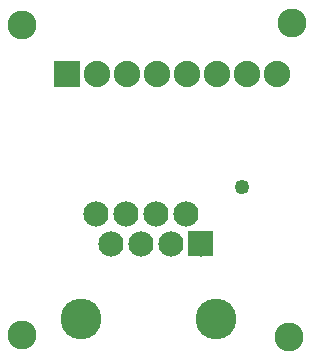
<source format=gbs>
G04 MADE WITH FRITZING*
G04 WWW.FRITZING.ORG*
G04 DOUBLE SIDED*
G04 HOLES PLATED*
G04 CONTOUR ON CENTER OF CONTOUR VECTOR*
%ASAXBY*%
%FSLAX23Y23*%
%MOIN*%
%OFA0B0*%
%SFA1.0B1.0*%
%ADD10C,0.084000*%
%ADD11C,0.135984*%
%ADD12C,0.088000*%
%ADD13C,0.049370*%
%ADD14C,0.096614*%
%ADD15R,0.088000X0.088000*%
%ADD16R,0.001000X0.001000*%
%LNMASK0*%
G90*
G70*
G54D10*
X323Y482D03*
X373Y382D03*
X423Y482D03*
X523Y482D03*
X623Y482D03*
X473Y382D03*
X573Y382D03*
X673Y382D03*
G54D11*
X723Y132D03*
X273Y132D03*
G54D10*
X323Y482D03*
X373Y382D03*
X423Y482D03*
X523Y482D03*
X623Y482D03*
X473Y382D03*
X573Y382D03*
X673Y382D03*
G54D11*
X723Y132D03*
X273Y132D03*
G54D12*
X227Y946D03*
X327Y946D03*
X427Y946D03*
X527Y946D03*
X627Y946D03*
X727Y946D03*
X827Y946D03*
X927Y946D03*
X227Y946D03*
X327Y946D03*
X427Y946D03*
X527Y946D03*
X627Y946D03*
X727Y946D03*
X827Y946D03*
X927Y946D03*
G54D13*
X810Y572D03*
G54D14*
X76Y1112D03*
X977Y1117D03*
X76Y77D03*
X966Y71D03*
G54D15*
X227Y946D03*
X227Y946D03*
G54D16*
X630Y425D02*
X713Y425D01*
X630Y424D02*
X713Y424D01*
X630Y423D02*
X713Y423D01*
X630Y422D02*
X713Y422D01*
X630Y421D02*
X713Y421D01*
X630Y420D02*
X713Y420D01*
X630Y419D02*
X713Y419D01*
X630Y418D02*
X713Y418D01*
X630Y417D02*
X713Y417D01*
X630Y416D02*
X713Y416D01*
X630Y415D02*
X713Y415D01*
X630Y414D02*
X713Y414D01*
X630Y413D02*
X713Y413D01*
X630Y412D02*
X713Y412D01*
X630Y411D02*
X713Y411D01*
X630Y410D02*
X713Y410D01*
X630Y409D02*
X713Y409D01*
X630Y408D02*
X713Y408D01*
X630Y407D02*
X713Y407D01*
X630Y406D02*
X713Y406D01*
X630Y405D02*
X713Y405D01*
X630Y404D02*
X713Y404D01*
X630Y403D02*
X713Y403D01*
X630Y402D02*
X713Y402D01*
X630Y401D02*
X713Y401D01*
X630Y400D02*
X713Y400D01*
X630Y399D02*
X713Y399D01*
X630Y398D02*
X671Y398D01*
X673Y398D02*
X713Y398D01*
X630Y397D02*
X666Y397D01*
X678Y397D02*
X713Y397D01*
X630Y396D02*
X664Y396D01*
X680Y396D02*
X713Y396D01*
X630Y395D02*
X662Y395D01*
X681Y395D02*
X713Y395D01*
X630Y394D02*
X661Y394D01*
X682Y394D02*
X713Y394D01*
X630Y393D02*
X660Y393D01*
X683Y393D02*
X713Y393D01*
X630Y392D02*
X659Y392D01*
X684Y392D02*
X713Y392D01*
X630Y391D02*
X659Y391D01*
X685Y391D02*
X713Y391D01*
X630Y390D02*
X658Y390D01*
X685Y390D02*
X713Y390D01*
X630Y389D02*
X658Y389D01*
X686Y389D02*
X713Y389D01*
X630Y388D02*
X657Y388D01*
X686Y388D02*
X713Y388D01*
X630Y387D02*
X657Y387D01*
X687Y387D02*
X713Y387D01*
X630Y386D02*
X657Y386D01*
X687Y386D02*
X713Y386D01*
X630Y385D02*
X657Y385D01*
X687Y385D02*
X713Y385D01*
X630Y384D02*
X657Y384D01*
X687Y384D02*
X713Y384D01*
X630Y383D02*
X657Y383D01*
X687Y383D02*
X713Y383D01*
X630Y382D02*
X657Y382D01*
X687Y382D02*
X713Y382D01*
X630Y381D02*
X657Y381D01*
X687Y381D02*
X713Y381D01*
X630Y380D02*
X657Y380D01*
X687Y380D02*
X713Y380D01*
X630Y379D02*
X657Y379D01*
X686Y379D02*
X713Y379D01*
X630Y378D02*
X658Y378D01*
X686Y378D02*
X713Y378D01*
X630Y377D02*
X658Y377D01*
X686Y377D02*
X713Y377D01*
X630Y376D02*
X659Y376D01*
X685Y376D02*
X713Y376D01*
X630Y375D02*
X659Y375D01*
X684Y375D02*
X713Y375D01*
X630Y374D02*
X660Y374D01*
X684Y374D02*
X713Y374D01*
X630Y373D02*
X661Y373D01*
X683Y373D02*
X713Y373D01*
X630Y372D02*
X662Y372D01*
X682Y372D02*
X713Y372D01*
X630Y371D02*
X663Y371D01*
X680Y371D02*
X713Y371D01*
X630Y370D02*
X665Y370D01*
X679Y370D02*
X713Y370D01*
X630Y369D02*
X668Y369D01*
X676Y369D02*
X713Y369D01*
X630Y368D02*
X713Y368D01*
X630Y367D02*
X713Y367D01*
X630Y366D02*
X713Y366D01*
X630Y365D02*
X713Y365D01*
X630Y364D02*
X713Y364D01*
X630Y363D02*
X713Y363D01*
X630Y362D02*
X713Y362D01*
X630Y361D02*
X713Y361D01*
X630Y360D02*
X713Y360D01*
X630Y359D02*
X713Y359D01*
X630Y358D02*
X713Y358D01*
X630Y357D02*
X713Y357D01*
X630Y356D02*
X713Y356D01*
X630Y355D02*
X713Y355D01*
X630Y354D02*
X713Y354D01*
X630Y353D02*
X713Y353D01*
X630Y352D02*
X713Y352D01*
X630Y351D02*
X713Y351D01*
X630Y350D02*
X713Y350D01*
X630Y349D02*
X713Y349D01*
X630Y348D02*
X713Y348D01*
X630Y347D02*
X713Y347D01*
X630Y346D02*
X713Y346D01*
X630Y345D02*
X713Y345D01*
X630Y344D02*
X713Y344D01*
X630Y343D02*
X713Y343D01*
X630Y342D02*
X713Y342D01*
D02*
G04 End of Mask0*
M02*
</source>
